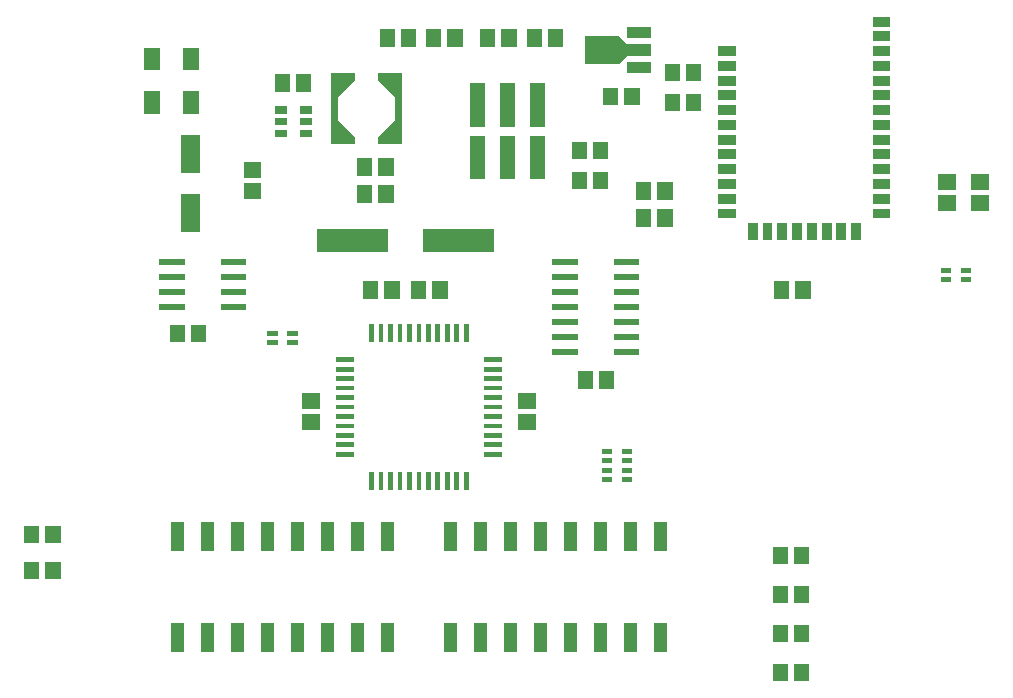
<source format=gbr>
G04 start of page 11 for group -4015 idx -4015 *
G04 Title: (unknown), toppaste *
G04 Creator: pcb 20140316 *
G04 CreationDate: Sun 13 Sep 2020 06:15:44 PM GMT UTC *
G04 For: railfan *
G04 Format: Gerber/RS-274X *
G04 PCB-Dimensions (mil): 3350.00 2300.00 *
G04 PCB-Coordinate-Origin: lower left *
%MOIN*%
%FSLAX25Y25*%
%LNTOPPASTE*%
%ADD116R,0.0240X0.0240*%
%ADD115R,0.0230X0.0230*%
%ADD114R,0.0330X0.0330*%
%ADD113R,0.0500X0.0500*%
%ADD112R,0.0630X0.0630*%
%ADD111R,0.0550X0.0550*%
%ADD110C,0.0001*%
%ADD109R,0.0945X0.0945*%
%ADD108R,0.0378X0.0378*%
%ADD107R,0.0787X0.0787*%
%ADD106R,0.0157X0.0157*%
%ADD105R,0.0440X0.0440*%
%ADD104R,0.0167X0.0167*%
%ADD103R,0.0512X0.0512*%
%ADD102R,0.0200X0.0200*%
G54D102*X75500Y129000D02*X82000D01*
X75500Y134000D02*X82000D01*
X75500Y139000D02*X82000D01*
X75500Y144000D02*X82000D01*
X55000D02*X61500D01*
X55000Y139000D02*X61500D01*
X55000Y134000D02*X61500D01*
X55000Y129000D02*X61500D01*
G54D103*X204457Y199393D02*Y198607D01*
X211543Y199393D02*Y198607D01*
X137043Y218893D02*Y218107D01*
X129957Y218893D02*Y218107D01*
X152543Y218893D02*Y218107D01*
X145457Y218893D02*Y218107D01*
X178957Y218893D02*Y218107D01*
X186043Y218893D02*Y218107D01*
X163457Y218893D02*Y218107D01*
X170543Y218893D02*Y218107D01*
X59957Y120393D02*Y119607D01*
X67043Y120393D02*Y119607D01*
G54D104*X202217Y80724D02*X204087D01*
X202217Y77575D02*X204087D01*
X202217Y74425D02*X204087D01*
X202217Y71276D02*X204087D01*
X208913D02*X210783D01*
X208913Y74425D02*X210783D01*
X208913Y77575D02*X210783D01*
X208913Y80724D02*X210783D01*
G54D105*X151000Y21150D02*Y15950D01*
X161000Y21150D02*Y15950D01*
X171000Y21150D02*Y15950D01*
X181000Y21150D02*Y15950D01*
X191000Y21150D02*Y15950D01*
X201000Y21150D02*Y15950D01*
X211000Y21150D02*Y15950D01*
X221000Y21150D02*Y15950D01*
X151000Y55050D02*Y49850D01*
X161000Y55050D02*Y49850D01*
X171000Y55050D02*Y49850D01*
X181000Y55050D02*Y49850D01*
X191000Y55050D02*Y49850D01*
X201000Y55050D02*Y49850D01*
X211000Y55050D02*Y49850D01*
X221000Y55050D02*Y49850D01*
X60000Y21150D02*Y15950D01*
X70000Y21150D02*Y15950D01*
X80000Y21150D02*Y15950D01*
X90000Y21150D02*Y15950D01*
X100000Y21150D02*Y15950D01*
X110000Y21150D02*Y15950D01*
X120000Y21150D02*Y15950D01*
X130000Y21150D02*Y15950D01*
X60000Y55050D02*Y49850D01*
X70000Y55050D02*Y49850D01*
X80000Y55050D02*Y49850D01*
X90000Y55050D02*Y49850D01*
X100000Y55050D02*Y49850D01*
X110000Y55050D02*Y49850D01*
X120000Y55050D02*Y49850D01*
X130000Y55050D02*Y49850D01*
G54D106*X156248Y122398D02*Y117972D01*
X153099Y122398D02*Y117972D01*
X149949Y122398D02*Y117972D01*
X146800Y122398D02*Y117972D01*
X143650Y122398D02*Y117972D01*
X140500Y122398D02*Y117972D01*
X137351Y122398D02*Y117972D01*
X134201Y122398D02*Y117972D01*
X131052Y122398D02*Y117972D01*
X127902Y122398D02*Y117972D01*
X124752Y122398D02*Y117972D01*
X113602Y111248D02*X118028D01*
X113602Y108099D02*X118028D01*
X113602Y104949D02*X118028D01*
X113602Y101800D02*X118028D01*
X113602Y98650D02*X118028D01*
X113602Y95500D02*X118028D01*
X113602Y92351D02*X118028D01*
X113602Y89201D02*X118028D01*
X113602Y86052D02*X118028D01*
X113602Y82902D02*X118028D01*
X113602Y79752D02*X118028D01*
X124752Y73028D02*Y68602D01*
X127901Y73028D02*Y68602D01*
X131051Y73028D02*Y68602D01*
X134200Y73028D02*Y68602D01*
X137350Y73028D02*Y68602D01*
X140500Y73028D02*Y68602D01*
X143649Y73028D02*Y68602D01*
X146799Y73028D02*Y68602D01*
X149948Y73028D02*Y68602D01*
X153098Y73028D02*Y68602D01*
X156248Y73028D02*Y68602D01*
X162972Y79752D02*X167398D01*
X162972Y82901D02*X167398D01*
X162972Y86051D02*X167398D01*
X162972Y89200D02*X167398D01*
X162972Y92350D02*X167398D01*
X162972Y95500D02*X167398D01*
X162972Y98649D02*X167398D01*
X162972Y101799D02*X167398D01*
X162972Y104948D02*X167398D01*
X162972Y108098D02*X167398D01*
X162972Y111248D02*X167398D01*
G54D103*X176107Y90457D02*X176893D01*
X176107Y97543D02*X176893D01*
X104107D02*X104893D01*
X104107Y90457D02*X104893D01*
X11457Y53393D02*Y52607D01*
X18543Y53393D02*Y52607D01*
Y41393D02*Y40607D01*
X11457Y41393D02*Y40607D01*
G54D107*X110409Y151000D02*X126157D01*
X145843D02*X161591D01*
G54D103*X147543Y134893D02*Y134107D01*
X140457Y134893D02*Y134107D01*
X124457Y134893D02*Y134107D01*
X131543Y134893D02*Y134107D01*
G54D108*X211890Y208594D02*X215984D01*
X204174Y214500D02*X215984D01*
G54D109*X200550D02*X202440D01*
G54D110*G36*
X205745Y211195D02*X208585Y214035D01*
X210005Y212615D01*
X207165Y209775D01*
X205745Y211195D01*
G37*
G36*
X207165Y219225D02*X210005Y216385D01*
X208585Y214965D01*
X205745Y217805D01*
X207165Y219225D01*
G37*
G54D108*X211890Y220406D02*X215984D01*
G54D102*X206500Y114000D02*X213000D01*
X206500Y119000D02*X213000D01*
X206500Y124000D02*X213000D01*
X206500Y129000D02*X213000D01*
X206500Y134000D02*X213000D01*
X206500Y139000D02*X213000D01*
X206500Y144000D02*X213000D01*
X186000D02*X192500D01*
X186000Y139000D02*X192500D01*
X186000Y134000D02*X192500D01*
X186000Y129000D02*X192500D01*
X186000Y124000D02*X192500D01*
X186000Y119000D02*X192500D01*
X186000Y114000D02*X192500D01*
G54D103*X203043Y104893D02*Y104107D01*
X195957Y104893D02*Y104107D01*
G54D111*X51500Y212500D02*Y210500D01*
X64500Y212500D02*Y210500D01*
X51500Y198000D02*Y196000D01*
X64500Y198000D02*Y196000D01*
G54D112*Y182992D02*Y176693D01*
Y163307D02*Y157008D01*
G54D104*X90717Y120075D02*X92587D01*
X90717Y116925D02*X92587D01*
X97413D02*X99283D01*
X97413Y120075D02*X99283D01*
G54D113*X160000Y183504D02*Y174016D01*
X170000Y183504D02*Y174016D01*
X180000Y183504D02*Y174016D01*
Y200984D02*Y191496D01*
X170000Y200984D02*Y191496D01*
X160000Y200984D02*Y191496D01*
G54D103*X268043Y7393D02*Y6607D01*
X260957Y7393D02*Y6607D01*
X268043Y20393D02*Y19607D01*
X260957Y20393D02*Y19607D01*
X268043Y33393D02*Y32607D01*
X260957Y33393D02*Y32607D01*
X268043Y46393D02*Y45607D01*
X260957Y46393D02*Y45607D01*
G54D114*X242000Y214146D02*X244402D01*
X242000Y209224D02*X244402D01*
X242000Y204303D02*X244402D01*
X242000Y199382D02*X244402D01*
X242000Y194461D02*X244402D01*
X242000Y189539D02*X244402D01*
X242000Y184618D02*X244402D01*
X242000Y179697D02*X244402D01*
X242000Y174776D02*X244402D01*
X242000Y169854D02*X244402D01*
X242000Y164933D02*X244402D01*
X242000Y160012D02*X244402D01*
X251776Y155150D02*Y152752D01*
X256697Y155150D02*Y152752D01*
X261618Y155150D02*Y152752D01*
X266539Y155150D02*Y152752D01*
X271461Y155150D02*Y152752D01*
X276382Y155150D02*Y152752D01*
X281303Y155150D02*Y152752D01*
X286224Y155150D02*Y152752D01*
X293598Y160012D02*X296000D01*
X293598Y164933D02*X296000D01*
X293598Y169854D02*X296000D01*
X293598Y174776D02*X296000D01*
X293598Y179697D02*X296000D01*
X293598Y184618D02*X296000D01*
X293598Y189539D02*X296000D01*
X293598Y194461D02*X296000D01*
X293598Y199382D02*X296000D01*
X293598Y204303D02*X296000D01*
X293598Y209224D02*X296000D01*
X293598Y214146D02*X296000D01*
X293598Y219067D02*X296000D01*
X293598Y223988D02*X296000D01*
G54D103*X193957Y181393D02*Y180607D01*
X201043Y181393D02*Y180607D01*
X193957Y171393D02*Y170607D01*
X201043Y171393D02*Y170607D01*
X222543Y158893D02*Y158107D01*
X215457Y158893D02*Y158107D01*
X222543Y167893D02*Y167107D01*
X215457Y167893D02*Y167107D01*
X232043Y207393D02*Y206607D01*
X224957Y207393D02*Y206607D01*
X232043Y197393D02*Y196607D01*
X224957Y197393D02*Y196607D01*
G54D104*X321913Y137925D02*X323783D01*
X321913Y141075D02*X323783D01*
X315217D02*X317087D01*
X315217Y137925D02*X317087D01*
G54D103*X316107Y170543D02*X316893D01*
X316107Y163457D02*X316893D01*
X327107Y170543D02*X327893D01*
X327107Y163457D02*X327893D01*
X261457Y134893D02*Y134107D01*
X268543Y134893D02*Y134107D01*
X84607Y174543D02*X85393D01*
X84607Y167457D02*X85393D01*
G54D115*X112300Y205700D02*Y184300D01*
X117900D01*
X112300Y205700D02*X117900D01*
X133700D02*Y184300D01*
X128100D02*X133700D01*
X128100Y205700D02*X133700D01*
G54D110*G36*
X113450Y191044D02*X119044Y185450D01*
X116923Y183329D01*
X111329Y188923D01*
X113450Y191044D01*
G37*
G36*
X111329Y201077D02*X116923Y206671D01*
X119044Y204550D01*
X113450Y198956D01*
X111329Y201077D01*
G37*
G36*
X126956Y185450D02*X132550Y191044D01*
X134671Y188923D01*
X129077Y183329D01*
X126956Y185450D01*
G37*
G36*
X129077Y206671D02*X134671Y201077D01*
X132550Y198956D01*
X126956Y204550D01*
X129077Y206671D01*
G37*
G36*
X111650Y187250D02*Y183650D01*
X115250D01*
Y187250D01*
X111650D01*
G37*
G36*
Y206350D02*Y202750D01*
X115250D01*
Y206350D01*
X111650D01*
G37*
G36*
X130750Y187250D02*Y183650D01*
X134350D01*
Y187250D01*
X130750D01*
G37*
G36*
Y206350D02*Y202750D01*
X134350D01*
Y206350D01*
X130750D01*
G37*
G54D103*X129543Y175893D02*Y175107D01*
X122457Y175893D02*Y175107D01*
X129543Y166893D02*Y166107D01*
X122457Y166893D02*Y166107D01*
G54D116*X93700Y194500D02*X95300D01*
X93700Y190600D02*X95300D01*
X93700Y186700D02*X95300D01*
X101900D02*X103500D01*
X101900Y190600D02*X103500D01*
X101900Y194500D02*X103500D01*
G54D103*X94957Y203893D02*Y203107D01*
X102043Y203893D02*Y203107D01*
M02*

</source>
